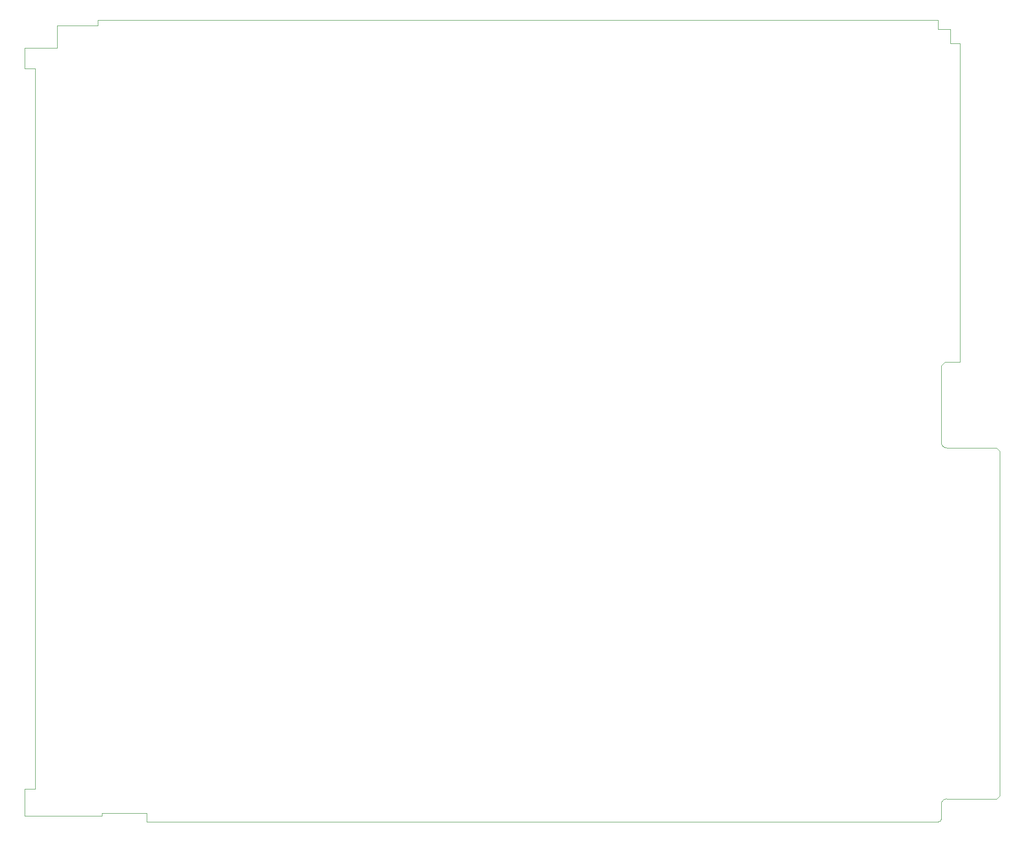
<source format=gm1>
%FSLAX44Y44*%
%MOMM*%
G71*
G01*
G75*
G04 Layer_Color=49087*
%ADD10C,0.2032*%
%ADD11C,0.2540*%
%ADD12C,0.4572*%
%ADD13C,0.4000*%
%ADD14C,0.3048*%
%ADD15C,0.1300*%
%ADD16C,0.1600*%
%ADD17C,0.1016*%
%ADD18C,0.1750*%
%ADD19C,0.1524*%
%ADD20C,0.1750*%
%ADD21C,0.1500*%
%ADD22C,0.3810*%
%ADD23C,0.6350*%
%ADD24C,0.4064*%
%ADD25C,0.5080*%
%ADD26C,0.5000*%
%ADD27C,0.6604*%
%ADD28C,0.1727*%
%ADD29C,0.7620*%
%ADD30R,1.2500X1.3500*%
%ADD31R,1.1000X0.9000*%
%ADD32R,1.8000X2.0000*%
%ADD33R,0.7000X0.8000*%
%ADD34R,0.4000X0.4000*%
%ADD35R,1.2700X0.9144*%
%ADD36R,0.9144X0.9144*%
%ADD37O,0.6096X2.0320*%
%ADD38R,0.6500X1.0500*%
%ADD39R,0.9144X1.2700*%
%ADD40R,0.9144X0.9144*%
%ADD41R,0.6500X0.5000*%
%ADD42R,0.8000X1.0000*%
%ADD43R,0.4500X0.4000*%
%ADD44R,1.8000X1.1500*%
%ADD45R,0.4000X0.4500*%
%ADD46R,1.0000X0.9000*%
%ADD47R,0.9000X1.0000*%
%ADD48R,3.1800X2.0300*%
%ADD49R,1.4000X0.7600*%
%ADD50R,0.6000X0.6000*%
%ADD51R,0.6000X0.6000*%
%ADD52R,3.2000X1.4000*%
%ADD53R,0.6200X0.6200*%
%ADD54R,0.9500X1.0000*%
%ADD55R,1.1500X1.8000*%
%ADD56R,1.8000X1.1500*%
%ADD57R,2.3500X2.5000*%
%ADD58R,2.7000X1.1500*%
%ADD59R,1.1500X1.8000*%
%ADD60R,1.1500X2.7000*%
%ADD61C,1.2000*%
%ADD62R,1.7000X2.4000*%
%ADD63R,0.6000X0.6200*%
%ADD64R,0.6200X0.6200*%
%ADD65R,1.3000X1.5450*%
%ADD66R,2.1500X1.7000*%
%ADD67R,1.1500X1.4500*%
%ADD68R,1.0000X0.9500*%
%ADD69P,0.8485X4X90.0*%
%ADD70R,2.0000X4.0000*%
G04:AMPARAMS|DCode=71|XSize=0.45mm|YSize=0.4mm|CornerRadius=0mm|HoleSize=0mm|Usage=FLASHONLY|Rotation=315.000|XOffset=0mm|YOffset=0mm|HoleType=Round|Shape=Rectangle|*
%AMROTATEDRECTD71*
4,1,4,-0.3005,0.0177,-0.0177,0.3005,0.3005,-0.0177,0.0177,-0.3005,-0.3005,0.0177,0.0*
%
%ADD71ROTATEDRECTD71*%

%ADD72R,0.9500X0.9500*%
%ADD73P,6.4944X8X202.5*%
%ADD74R,1.7780X2.0320*%
%ADD75R,1.7000X0.4800*%
%ADD76R,1.2000X0.4800*%
%ADD77R,3.1000X0.4800*%
%ADD78R,1.3250X0.4800*%
%ADD79R,1.5750X0.4800*%
%ADD80R,1.0500X1.4000*%
%ADD81R,0.8000X0.6000*%
%ADD82R,1.5000X3.5000*%
%ADD83R,0.6200X0.6000*%
%ADD84R,1.0000X0.8500*%
%ADD85R,0.8500X1.0000*%
%ADD86C,1.0000*%
%ADD87P,1.4142X4X360.0*%
G04:AMPARAMS|DCode=88|XSize=0.45mm|YSize=0.4mm|CornerRadius=0mm|HoleSize=0mm|Usage=FLASHONLY|Rotation=225.000|XOffset=0mm|YOffset=0mm|HoleType=Round|Shape=Rectangle|*
%AMROTATEDRECTD88*
4,1,4,0.0177,0.3005,0.3005,0.0177,-0.0177,-0.3005,-0.3005,-0.0177,0.0177,0.3005,0.0*
%
%ADD88ROTATEDRECTD88*%

G04:AMPARAMS|DCode=89|XSize=0.45mm|YSize=0.4mm|CornerRadius=0mm|HoleSize=0mm|Usage=FLASHONLY|Rotation=80.000|XOffset=0mm|YOffset=0mm|HoleType=Round|Shape=Rectangle|*
%AMROTATEDRECTD89*
4,1,4,0.1579,-0.2563,-0.2360,-0.1868,-0.1579,0.2563,0.2360,0.1868,0.1579,-0.2563,0.0*
%
%ADD89ROTATEDRECTD89*%

G04:AMPARAMS|DCode=90|XSize=0.45mm|YSize=0.4mm|CornerRadius=0mm|HoleSize=0mm|Usage=FLASHONLY|Rotation=290.000|XOffset=0mm|YOffset=0mm|HoleType=Round|Shape=Rectangle|*
%AMROTATEDRECTD90*
4,1,4,-0.2649,0.1430,0.1110,0.2798,0.2649,-0.1430,-0.1110,-0.2798,-0.2649,0.1430,0.0*
%
%ADD90ROTATEDRECTD90*%

%ADD91R,1.9000X1.3000*%
G04:AMPARAMS|DCode=92|XSize=1mm|YSize=0.95mm|CornerRadius=0mm|HoleSize=0mm|Usage=FLASHONLY|Rotation=135.000|XOffset=0mm|YOffset=0mm|HoleType=Round|Shape=Rectangle|*
%AMROTATEDRECTD92*
4,1,4,0.6894,-0.0177,0.0177,-0.6894,-0.6894,0.0177,-0.0177,0.6894,0.6894,-0.0177,0.0*
%
%ADD92ROTATEDRECTD92*%

%ADD93R,0.9500X1.0000*%
%ADD94R,2.0300X3.1800*%
%ADD95R,0.7600X1.4000*%
%ADD96P,0.8485X4X360.0*%
G04:AMPARAMS|DCode=97|XSize=0.95mm|YSize=1mm|CornerRadius=0mm|HoleSize=0mm|Usage=FLASHONLY|Rotation=315.000|XOffset=0mm|YOffset=0mm|HoleType=Round|Shape=Rectangle|*
%AMROTATEDRECTD97*
4,1,4,-0.6894,-0.0177,0.0177,0.6894,0.6894,0.0177,-0.0177,-0.6894,-0.6894,-0.0177,0.0*
%
%ADD97ROTATEDRECTD97*%

%ADD98R,0.6000X0.8000*%
G04:AMPARAMS|DCode=99|XSize=0.95mm|YSize=1mm|CornerRadius=0mm|HoleSize=0mm|Usage=FLASHONLY|Rotation=225.000|XOffset=0mm|YOffset=0mm|HoleType=Round|Shape=Rectangle|*
%AMROTATEDRECTD99*
4,1,4,-0.0177,0.6894,0.6894,-0.0177,0.0177,-0.6894,-0.6894,0.0177,-0.0177,0.6894,0.0*
%
%ADD99ROTATEDRECTD99*%

%ADD100C,0.5000*%
%ADD101R,1.5000X1.5000*%
%ADD102R,1.5000X1.5000*%
%ADD103P,2.1213X4X180.0*%
%ADD104R,2.0000X0.6000*%
%ADD105R,4.8000X6.4000*%
%ADD106R,0.5500X1.0000*%
%ADD107R,1.4500X1.1500*%
%ADD108R,0.3000X1.5000*%
%ADD109R,1.5000X0.3000*%
%ADD110O,1.5000X0.3000*%
%ADD111R,0.4500X1.5000*%
%ADD112R,1.1000X0.6000*%
%ADD113O,0.9000X0.3000*%
%ADD114O,0.3000X0.9000*%
%ADD115R,3.5500X3.5500*%
%ADD116R,1.0160X0.2500*%
%ADD117R,0.2500X1.0160*%
%ADD118O,0.2500X1.0160*%
%ADD119R,1.0500X0.6000*%
%ADD120O,2.0320X0.6096*%
%ADD121R,6.5000X6.5000*%
%ADD122O,0.3000X1.5000*%
%ADD123R,4.8000X5.1600*%
G04:AMPARAMS|DCode=124|XSize=0.6mm|YSize=1.55mm|CornerRadius=0mm|HoleSize=0mm|Usage=FLASHONLY|Rotation=225.000|XOffset=0mm|YOffset=0mm|HoleType=Round|Shape=Rectangle|*
%AMROTATEDRECTD124*
4,1,4,-0.3359,0.7601,0.7601,-0.3359,0.3359,-0.7601,-0.7601,0.3359,-0.3359,0.7601,0.0*
%
%ADD124ROTATEDRECTD124*%

%ADD125O,1.5000X0.2700*%
%ADD126R,1.5000X0.2700*%
%ADD127R,0.7000X0.2500*%
%ADD128R,0.2500X0.7000*%
%ADD129R,4.2000X4.2000*%
%ADD130O,1.0000X0.3000*%
%ADD131R,1.0000X0.3000*%
%ADD132R,0.6000X1.0500*%
%ADD133R,1.5000X0.4500*%
%ADD134R,0.4500X0.3000*%
%ADD135O,1.5500X0.4500*%
%ADD136R,2.3000X4.3000*%
%ADD137O,0.3000X0.8000*%
%ADD138O,0.8000X0.3000*%
%ADD139R,0.3000X0.8500*%
%ADD140R,2.5000X1.7500*%
%ADD141R,1.7780X0.4064*%
%ADD142R,1.3000X1.0000*%
%ADD143R,1.3000X0.6000*%
%ADD144O,1.0500X0.3000*%
%ADD145O,0.3000X1.0500*%
%ADD146R,3.3500X3.3500*%
%ADD147R,1.6000X3.4000*%
%ADD148R,3.4000X1.6000*%
%ADD149R,0.3000X1.0000*%
%ADD150R,0.7620X0.7620*%
%ADD151R,0.7620X0.7620*%
%ADD152C,0.1270*%
%ADD153C,1.0000*%
%ADD154C,0.3556*%
%ADD155C,0.1778*%
%ADD156R,0.2500X1.1500*%
%ADD157C,2.0000*%
%ADD158C,5.0000*%
%ADD159C,1.5000*%
%ADD160C,1.8000*%
%ADD161C,0.8000*%
%ADD162O,2.7000X1.7000*%
%ADD163O,1.5000X1.0000*%
%ADD164C,0.6000*%
%ADD165C,2.1000*%
%ADD166C,6.0000*%
%ADD167C,3.2000*%
%ADD168O,11.0000X2.0000*%
%ADD169C,0.4000*%
%ADD170C,0.4500*%
%ADD171C,0.4572*%
%ADD172C,1.0160*%
G04:AMPARAMS|DCode=173|XSize=2.8mm|YSize=2.8mm|CornerRadius=0mm|HoleSize=0mm|Usage=FLASHONLY|Rotation=0.000|XOffset=0mm|YOffset=0mm|HoleType=Round|Shape=Relief|Width=0.75mm|Gap=0.25mm|Entries=4|*
%AMTHD173*
7,0,0,2.8000,2.3000,0.7500,45*
%
%ADD173THD173*%
G04:AMPARAMS|DCode=174|XSize=4.2mm|YSize=4.2mm|CornerRadius=0mm|HoleSize=0mm|Usage=FLASHONLY|Rotation=0.000|XOffset=0mm|YOffset=0mm|HoleType=Round|Shape=Relief|Width=0.75mm|Gap=0.25mm|Entries=4|*
%AMTHD174*
7,0,0,4.2000,3.7000,0.7500,45*
%
%ADD174THD174*%
%ADD175C,1.3115*%
G04:AMPARAMS|DCode=176|XSize=2.4mm|YSize=2.4mm|CornerRadius=0mm|HoleSize=0mm|Usage=FLASHONLY|Rotation=0.000|XOffset=0mm|YOffset=0mm|HoleType=Round|Shape=Relief|Width=0.75mm|Gap=0.25mm|Entries=4|*
%AMTHD176*
7,0,0,2.4000,1.9000,0.7500,45*
%
%ADD176THD176*%
%ADD177C,1.2615*%
%ADD178C,1.0615*%
%ADD179C,1.4115*%
G04:AMPARAMS|DCode=180|XSize=2.5mm|YSize=2.5mm|CornerRadius=0mm|HoleSize=0mm|Usage=FLASHONLY|Rotation=0.000|XOffset=0mm|YOffset=0mm|HoleType=Round|Shape=Relief|Width=0.75mm|Gap=0.25mm|Entries=4|*
%AMTHD180*
7,0,0,2.5000,2.0000,0.7500,45*
%
%ADD180THD180*%
%ADD181C,1.7115*%
G04:AMPARAMS|DCode=182|XSize=2mm|YSize=2mm|CornerRadius=0mm|HoleSize=0mm|Usage=FLASHONLY|Rotation=0.000|XOffset=0mm|YOffset=0mm|HoleType=Round|Shape=Relief|Width=0.75mm|Gap=0.25mm|Entries=4|*
%AMTHD182*
7,0,0,2.0000,1.5000,0.7500,45*
%
%ADD182THD182*%
%ADD183C,0.9115*%
%AMTHOVALD184*
21,1,1.2000,2.3000,0,0,180.0*
1,1,2.3000,0.6000,0.0000*
1,1,2.3000,-0.6000,0.0000*
21,0,1.2000,1.8000,0,0,180.0*
1,0,1.8000,0.6000,0.0000*
1,0,1.8000,-0.6000,0.0000*
4,0,4,0.3348,0.2652,1.1480,1.0783,1.6783,0.5480,0.8652,-0.2652,0.3348,0.2652,0.0*
4,0,4,-0.8652,0.2652,-1.6783,-0.5480,-1.1480,-1.0783,-0.3348,-0.2652,-0.8652,0.2652,0.0*
4,0,4,0.8652,0.2652,1.6783,-0.5480,1.1480,-1.0783,0.3348,-0.2652,0.8652,0.2652,0.0*
4,0,4,-0.3348,0.2652,-1.1480,1.0783,-1.6783,0.5480,-0.8652,-0.2652,-0.3348,0.2652,0.0*
%
%ADD184THOVALD184*%

%ADD185C,1.3000*%
%ADD186C,1.1115*%
G04:AMPARAMS|DCode=187|XSize=2.2mm|YSize=2.2mm|CornerRadius=0mm|HoleSize=0mm|Usage=FLASHONLY|Rotation=0.000|XOffset=0mm|YOffset=0mm|HoleType=Round|Shape=Relief|Width=0.75mm|Gap=0.25mm|Entries=4|*
%AMTHD187*
7,0,0,2.2000,1.7000,0.7500,45*
%
%ADD187THD187*%
%ADD188C,1.8115*%
G04:AMPARAMS|DCode=189|XSize=2.9mm|YSize=2.9mm|CornerRadius=0mm|HoleSize=0mm|Usage=FLASHONLY|Rotation=0.000|XOffset=0mm|YOffset=0mm|HoleType=Round|Shape=Relief|Width=0.75mm|Gap=0.25mm|Entries=4|*
%AMTHD189*
7,0,0,2.9000,2.4000,0.7500,45*
%
%ADD189THD189*%
%ADD190C,1.7615*%
%ADD191C,3.5865*%
%AMTHOVALD192*
21,1,9.0000,3.1000,0,0,0.0*
1,1,3.1000,-4.5000,0.0000*
1,1,3.1000,4.5000,0.0000*
21,0,9.0000,2.6000,0,0,0.0*
1,0,2.6000,-4.5000,0.0000*
1,0,2.6000,4.5000,0.0000*
4,0,4,-4.2348,-0.2652,-5.3308,-1.3612,-5.8612,-0.8308,-4.7652,0.2652,-4.2348,-0.2652,0.0*
4,0,4,4.7652,-0.2652,5.8612,0.8308,5.3308,1.3612,4.2348,0.2652,4.7652,-0.2652,0.0*
4,0,4,-4.7652,-0.2652,-5.8612,0.8308,-5.3308,1.3612,-4.2348,0.2652,-4.7652,-0.2652,0.0*
4,0,4,4.2348,-0.2652,5.3308,-1.3612,5.8612,-0.8308,4.7652,0.2652,4.2348,-0.2652,0.0*
%
%ADD192THOVALD192*%

%ADD193C,0.6115*%
%ADD194C,0.8000*%
%ADD195C,0.7131*%
%ADD196C,0.8115*%
%ADD197C,0.6147*%
%ADD198C,0.0800*%
%ADD199C,0.0800*%
%ADD200C,0.0900*%
%ADD201C,0.1250*%
%ADD202C,3.1115*%
%ADD203O,2.4115X1.2115*%
%ADD204O,11.0115X2.0115*%
%ADD205C,0.6615*%
%ADD206C,0.1300*%
%ADD207C,0.1650*%
%ADD208R,2.0000X0.4800*%
%ADD209R,0.9000X0.4800*%
%ADD210R,1.8500X3.4000*%
%ADD211R,1.4000X3.2000*%
%ADD212R,0.9500X0.9500*%
%ADD213R,2.5000X2.3500*%
%ADD214R,2.0000X1.5000*%
%ADD215R,2.7900X2.9200*%
%ADD216R,7.6200X3.1800*%
%ADD217R,1.2500X1.8500*%
%ADD218R,0.9500X0.5500*%
%ADD219P,1.4142X4X270.0*%
%ADD220R,2.5500X2.5500*%
G04:AMPARAMS|DCode=221|XSize=1.1mm|YSize=2.2mm|CornerRadius=0mm|HoleSize=0mm|Usage=FLASHONLY|Rotation=135.000|XOffset=0mm|YOffset=0mm|HoleType=Round|Shape=Rectangle|*
%AMROTATEDRECTD221*
4,1,4,1.1667,0.3889,-0.3889,-1.1667,-1.1667,-0.3889,0.3889,1.1667,1.1667,0.3889,0.0*
%
%ADD221ROTATEDRECTD221*%

G04:AMPARAMS|DCode=222|XSize=1mm|YSize=1.1mm|CornerRadius=0mm|HoleSize=0mm|Usage=FLASHONLY|Rotation=135.000|XOffset=0mm|YOffset=0mm|HoleType=Round|Shape=Rectangle|*
%AMROTATEDRECTD222*
4,1,4,0.7425,0.0354,-0.0354,-0.7425,-0.7425,-0.0354,0.0354,0.7425,0.7425,0.0354,0.0*
%
%ADD222ROTATEDRECTD222*%

%ADD223R,2.2000X1.1000*%
%ADD224R,1.1000X1.0000*%
%ADD225R,3.1500X1.0200*%
%ADD226C,0.3048*%
%ADD227R,1.5000X2.3000*%
%ADD228R,0.7000X0.3500*%
%ADD229C,0.6400*%
%ADD230R,0.6000X1.5500*%
%ADD231O,0.3000X0.9000*%
%ADD232R,5.4800X3.2400*%
%ADD233R,1.5500X0.6000*%
%ADD234R,3.5000X0.9000*%
%ADD235R,2.4000X0.9000*%
%ADD236R,1.0000X1.3000*%
%ADD237R,0.6000X1.3000*%
%ADD238C,0.2500*%
%ADD239C,0.2000*%
%ADD240C,0.6000*%
%ADD241C,0.1000*%
%ADD242C,0.0508*%
%ADD243C,0.1519*%
%ADD244C,0.0762*%
%ADD245R,1.2192X1.1938*%
%ADD246R,0.2500X1.0250*%
%ADD247R,1.2000X1.2000*%
%ADD248R,0.9000X1.0250*%
%ADD249R,0.4500X1.1250*%
%ADD250R,0.4500X1.0500*%
%ADD251R,1.3770X1.4770*%
%ADD252R,1.2270X1.0270*%
%ADD253R,1.9270X2.1270*%
%ADD254R,0.8270X0.9270*%
%ADD255R,0.5270X0.5270*%
%ADD256R,1.3970X1.0414*%
%ADD257R,1.0414X1.0414*%
%ADD258O,0.7366X2.1590*%
%ADD259R,0.7770X1.1770*%
%ADD260R,1.0414X1.3970*%
%ADD261R,1.0414X1.0414*%
%ADD262R,0.7770X0.6270*%
%ADD263R,0.9270X1.1270*%
%ADD264R,0.5770X0.5270*%
%ADD265R,1.9270X1.2770*%
%ADD266R,0.5270X0.5770*%
%ADD267R,1.1270X1.0270*%
%ADD268R,1.0270X1.1270*%
%ADD269R,3.3070X2.1570*%
%ADD270R,1.5270X0.8870*%
%ADD271R,0.7270X0.7270*%
%ADD272R,0.7270X0.7270*%
%ADD273R,3.3270X1.5270*%
%ADD274R,0.7470X0.7470*%
%ADD275R,1.0770X1.1270*%
%ADD276R,1.2770X1.9270*%
%ADD277R,1.9270X1.2770*%
%ADD278R,2.4770X2.6270*%
%ADD279R,2.8270X1.2770*%
%ADD280R,1.2770X1.9270*%
%ADD281R,1.2770X2.8270*%
%ADD282C,1.3270*%
%ADD283R,1.8270X2.5270*%
%ADD284R,0.7270X0.7470*%
%ADD285R,0.7470X0.7470*%
%ADD286R,1.4270X1.6720*%
%ADD287R,2.2770X1.8270*%
%ADD288R,1.2770X1.5770*%
%ADD289R,1.1270X1.0770*%
%ADD290P,1.0281X4X90.0*%
%ADD291R,2.1270X4.1270*%
G04:AMPARAMS|DCode=292|XSize=0.577mm|YSize=0.527mm|CornerRadius=0mm|HoleSize=0mm|Usage=FLASHONLY|Rotation=315.000|XOffset=0mm|YOffset=0mm|HoleType=Round|Shape=Rectangle|*
%AMROTATEDRECTD292*
4,1,4,-0.3903,0.0177,-0.0177,0.3903,0.3903,-0.0177,0.0177,-0.3903,-0.3903,0.0177,0.0*
%
%ADD292ROTATEDRECTD292*%

%ADD293R,1.0770X1.0770*%
%ADD294P,6.6319X8X202.5*%
%ADD295R,1.9050X2.1590*%
%ADD296R,1.8270X0.6070*%
%ADD297R,1.3270X0.6070*%
%ADD298R,3.2270X0.6070*%
%ADD299R,1.4520X0.6070*%
%ADD300R,1.7020X0.6070*%
%ADD301R,1.1770X1.5270*%
%ADD302R,0.9270X0.7270*%
%ADD303R,1.6270X3.6270*%
%ADD304R,0.7470X0.7270*%
%ADD305R,1.1270X0.9770*%
%ADD306R,0.9770X1.1270*%
%ADD307C,2.0000*%
G04:AMPARAMS|DCode=308|XSize=0.577mm|YSize=0.527mm|CornerRadius=0mm|HoleSize=0mm|Usage=FLASHONLY|Rotation=225.000|XOffset=0mm|YOffset=0mm|HoleType=Round|Shape=Rectangle|*
%AMROTATEDRECTD308*
4,1,4,0.0177,0.3903,0.3903,0.0177,-0.0177,-0.3903,-0.3903,-0.0177,0.0177,0.3903,0.0*
%
%ADD308ROTATEDRECTD308*%

G04:AMPARAMS|DCode=309|XSize=0.577mm|YSize=0.527mm|CornerRadius=0mm|HoleSize=0mm|Usage=FLASHONLY|Rotation=80.000|XOffset=0mm|YOffset=0mm|HoleType=Round|Shape=Rectangle|*
%AMROTATEDRECTD309*
4,1,4,0.2094,-0.3299,-0.3096,-0.2384,-0.2094,0.3299,0.3096,0.2384,0.2094,-0.3299,0.0*
%
%ADD309ROTATEDRECTD309*%

G04:AMPARAMS|DCode=310|XSize=0.577mm|YSize=0.527mm|CornerRadius=0mm|HoleSize=0mm|Usage=FLASHONLY|Rotation=290.000|XOffset=0mm|YOffset=0mm|HoleType=Round|Shape=Rectangle|*
%AMROTATEDRECTD310*
4,1,4,-0.3463,0.1810,0.1489,0.3612,0.3463,-0.1810,-0.1489,-0.3612,-0.3463,0.1810,0.0*
%
%ADD310ROTATEDRECTD310*%

%ADD311R,2.0270X1.4270*%
G04:AMPARAMS|DCode=312|XSize=1.127mm|YSize=1.077mm|CornerRadius=0mm|HoleSize=0mm|Usage=FLASHONLY|Rotation=135.000|XOffset=0mm|YOffset=0mm|HoleType=Round|Shape=Rectangle|*
%AMROTATEDRECTD312*
4,1,4,0.7792,-0.0177,0.0177,-0.7792,-0.7792,0.0177,-0.0177,0.7792,0.7792,-0.0177,0.0*
%
%ADD312ROTATEDRECTD312*%

%ADD313R,1.0770X1.1270*%
%ADD314R,2.1570X3.3070*%
%ADD315R,0.8870X1.5270*%
%ADD316P,1.0281X4X360.0*%
G04:AMPARAMS|DCode=317|XSize=1.077mm|YSize=1.127mm|CornerRadius=0mm|HoleSize=0mm|Usage=FLASHONLY|Rotation=315.000|XOffset=0mm|YOffset=0mm|HoleType=Round|Shape=Rectangle|*
%AMROTATEDRECTD317*
4,1,4,-0.7792,-0.0177,0.0177,0.7792,0.7792,0.0177,-0.0177,-0.7792,-0.7792,-0.0177,0.0*
%
%ADD317ROTATEDRECTD317*%

%ADD318R,0.7270X0.9270*%
G04:AMPARAMS|DCode=319|XSize=1.077mm|YSize=1.127mm|CornerRadius=0mm|HoleSize=0mm|Usage=FLASHONLY|Rotation=225.000|XOffset=0mm|YOffset=0mm|HoleType=Round|Shape=Rectangle|*
%AMROTATEDRECTD319*
4,1,4,-0.0177,0.7792,0.7792,-0.0177,0.0177,-0.7792,-0.7792,0.0177,-0.0177,0.7792,0.0*
%
%ADD319ROTATEDRECTD319*%

%ADD320C,0.6270*%
%ADD321R,1.6270X1.6270*%
%ADD322R,1.6270X1.6270*%
%ADD323P,2.3009X4X180.0*%
%ADD324R,2.1270X0.7270*%
%ADD325R,4.9270X6.5270*%
%ADD326R,0.6770X1.1270*%
%ADD327R,1.5770X1.2770*%
%ADD328R,0.4270X1.6270*%
%ADD329R,1.6270X0.4270*%
%ADD330O,1.6270X0.4270*%
%ADD331R,0.5770X1.6270*%
%ADD332R,1.2270X0.7270*%
%ADD333O,1.0270X0.4270*%
%ADD334O,0.4270X1.0270*%
%ADD335R,3.6770X3.6770*%
%ADD336R,1.1430X0.3770*%
%ADD337R,0.3770X1.1430*%
%ADD338O,0.3770X1.1430*%
%ADD339R,1.1770X0.7270*%
%ADD340O,2.1590X0.7366*%
%ADD341R,6.6270X6.6270*%
%ADD342O,0.4270X1.6270*%
%ADD343R,4.9270X5.2870*%
G04:AMPARAMS|DCode=344|XSize=0.727mm|YSize=1.677mm|CornerRadius=0mm|HoleSize=0mm|Usage=FLASHONLY|Rotation=225.000|XOffset=0mm|YOffset=0mm|HoleType=Round|Shape=Rectangle|*
%AMROTATEDRECTD344*
4,1,4,-0.3359,0.8499,0.8499,-0.3359,0.3359,-0.8499,-0.8499,0.3359,-0.3359,0.8499,0.0*
%
%ADD344ROTATEDRECTD344*%

%ADD345O,1.6270X0.3970*%
%ADD346R,1.6270X0.3970*%
%ADD347R,0.8270X0.3770*%
%ADD348R,0.3770X0.8270*%
%ADD349R,4.3270X4.3270*%
%ADD350O,1.1270X0.4270*%
%ADD351R,1.1270X0.4270*%
%ADD352R,0.7270X1.1770*%
%ADD353R,1.6270X0.5770*%
%ADD354R,0.5770X0.4270*%
%ADD355O,1.6770X0.5770*%
%ADD356R,2.4270X4.4270*%
%ADD357O,0.4270X0.9270*%
%ADD358O,0.9270X0.4270*%
%ADD359R,0.4270X0.9770*%
%ADD360R,2.6270X1.8770*%
%ADD361R,1.9050X0.5334*%
%ADD362R,1.4270X1.1270*%
%ADD363R,1.4270X0.7270*%
%ADD364O,1.1770X0.4270*%
%ADD365O,0.4270X1.1770*%
%ADD366R,3.4770X3.4770*%
%ADD367R,1.7270X3.5270*%
%ADD368R,3.5270X1.7270*%
%ADD369R,0.4270X1.1270*%
%ADD370R,0.8890X0.8890*%
%ADD371R,0.8890X0.8890*%
%ADD372C,2.1270*%
%ADD373C,5.1270*%
%ADD374C,1.6270*%
%ADD375C,0.8500*%
%ADD376C,0.6500*%
%ADD377C,1.9270*%
%ADD378C,1.6000*%
%ADD379C,0.9270*%
%ADD380O,2.8270X1.8270*%
%ADD381O,1.6270X1.1270*%
%ADD382C,0.7270*%
%ADD383C,2.2270*%
%ADD384C,6.1270*%
%ADD385C,3.3270*%
%ADD386O,11.1270X2.1270*%
%ADD387R,2.1270X0.6070*%
%ADD388R,1.0270X0.6070*%
%ADD389R,1.9770X3.5270*%
%ADD390R,1.5270X3.3270*%
%ADD391R,1.0770X1.0770*%
%ADD392R,2.6270X2.4770*%
%ADD393R,2.1270X1.6270*%
%ADD394R,2.9170X3.0470*%
%ADD395R,7.7470X3.3070*%
%ADD396R,1.3770X1.9770*%
%ADD397R,1.0770X0.6770*%
%ADD398O,0.4400X1.0400*%
%ADD399O,1.0400X0.4400*%
%ADD400R,2.6900X2.6900*%
G04:AMPARAMS|DCode=401|XSize=1.227mm|YSize=2.327mm|CornerRadius=0mm|HoleSize=0mm|Usage=FLASHONLY|Rotation=135.000|XOffset=0mm|YOffset=0mm|HoleType=Round|Shape=Rectangle|*
%AMROTATEDRECTD401*
4,1,4,1.2565,0.3889,-0.3889,-1.2565,-1.2565,-0.3889,0.3889,1.2565,1.2565,0.3889,0.0*
%
%ADD401ROTATEDRECTD401*%

G04:AMPARAMS|DCode=402|XSize=1.127mm|YSize=1.227mm|CornerRadius=0mm|HoleSize=0mm|Usage=FLASHONLY|Rotation=135.000|XOffset=0mm|YOffset=0mm|HoleType=Round|Shape=Rectangle|*
%AMROTATEDRECTD402*
4,1,4,0.8323,0.0354,-0.0354,-0.8323,-0.8323,-0.0354,0.0354,0.8323,0.8323,0.0354,0.0*
%
%ADD402ROTATEDRECTD402*%

%ADD403R,2.3270X1.2270*%
%ADD404R,1.2270X1.1270*%
%ADD405R,3.2770X1.1470*%
%ADD406C,0.4318*%
%ADD407C,1.1270*%
%ADD408R,1.6270X2.4270*%
%ADD409R,0.8270X0.4770*%
%ADD410C,0.7670*%
%ADD411R,0.7270X1.6770*%
%ADD412O,0.4270X1.0270*%
%ADD413R,5.6070X3.3670*%
%ADD414R,1.6770X0.7270*%
%ADD415R,3.6270X1.0270*%
%ADD416R,2.5270X1.0270*%
%ADD417R,1.1270X1.4270*%
%ADD418R,0.7270X1.4270*%
%ADD419R,1.5000X1.3500*%
%ADD420C,0.1200*%
%ADD421R,2.0000X1.2500*%
%ADD422R,1.2000X4.9750*%
%ADD423R,1.2000X5.3500*%
%ADD424C,0.0500*%
D424*
X1670500Y10000D02*
G03*
X1660500Y-0I0J-10000D01*
G01*
Y670000D02*
G03*
X1670500Y660000I10000J0D01*
G01*
X1655500Y-32500D02*
G03*
X1660500Y-27500I0J5000D01*
G01*
X-37500Y-21500D02*
Y28250D01*
X-17500Y663651D02*
Y1362901D01*
Y660401D02*
Y663651D01*
Y28250D02*
Y660401D01*
X-37500Y28250D02*
X-17500D01*
X98500Y1452500D02*
X1654500D01*
X1660500Y697500D02*
Y698000D01*
X98500Y1442500D02*
Y1452500D01*
X22500Y1442500D02*
X98500D01*
X22500Y1400500D02*
Y1442500D01*
X-37500Y1400500D02*
X22500D01*
X1660500Y670000D02*
Y697500D01*
X1670500Y660000D02*
X1762500D01*
X1768500Y16000D02*
Y654000D01*
X1670500Y10000D02*
X1762500D01*
X1660500Y-27500D02*
Y0D01*
X188500Y-32500D02*
X1655500D01*
X106100Y-16500D02*
X188500D01*
X-37500Y-21500D02*
X106100D01*
Y-16500D01*
X188500Y-32500D02*
Y-16500D01*
X1762500Y10000D02*
X1768500Y16000D01*
Y654000D02*
Y654000D01*
X1762500Y660000D02*
X1768500Y654000D01*
X1668500Y819000D02*
X1695500D01*
X1660500Y697500D02*
Y812000D01*
X1695500Y819000D02*
Y1409382D01*
X1654500Y1435382D02*
Y1452500D01*
X1667500Y819000D02*
X1668500D01*
X1660500Y812000D02*
X1667500Y819000D01*
X1654658Y1435382D02*
X1677408D01*
X1654500Y1435540D02*
X1654658Y1435382D01*
X1677408Y1409382D02*
Y1435382D01*
Y1409382D02*
X1695500D01*
X-37500Y1362901D02*
Y1400500D01*
Y1362901D02*
X-17500D01*
M02*

</source>
